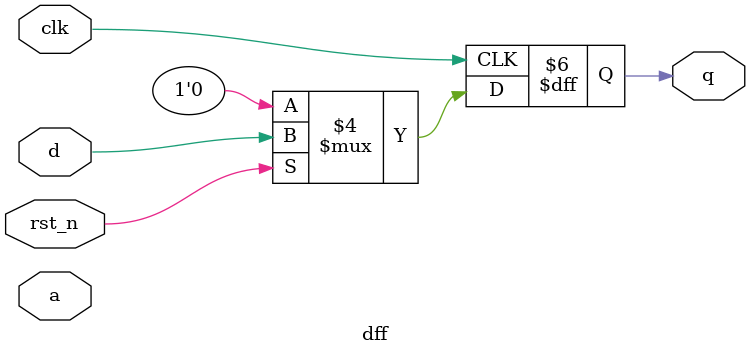
<source format=v>

module dff (
    clk,
    a,
    rst_n,
    d,
    q
);
    input clk,a,rst_n,d;
    output q;
    reg q; 

    always @(posedge clk ) begin
        if (~rst_n) begin
            q<=1'b0;
        end else begin
            q<=d;
        end
    end

    
endmodule
</source>
